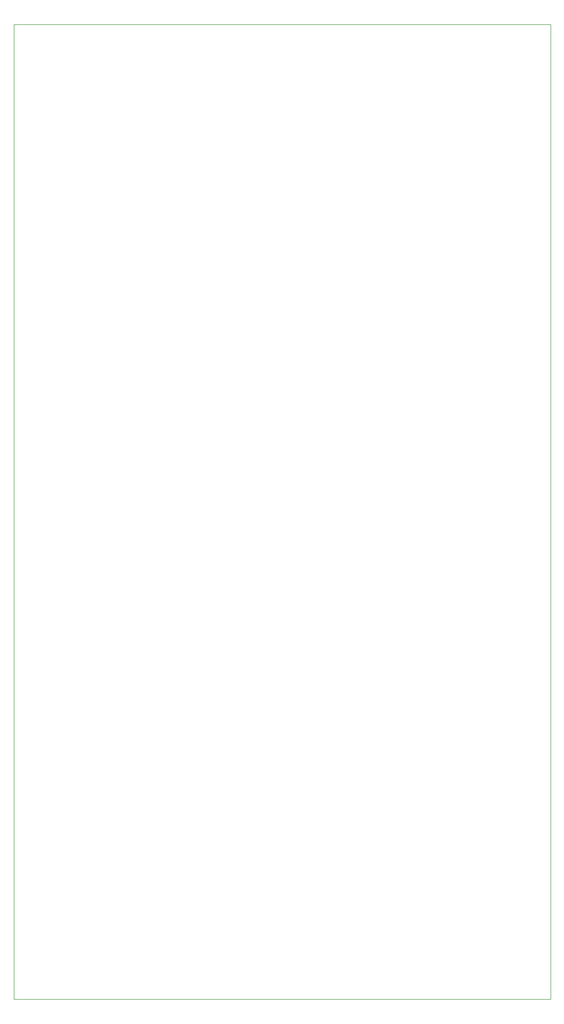
<source format=gbr>
%TF.GenerationSoftware,KiCad,Pcbnew,5.1.9-73d0e3b20d~88~ubuntu20.04.1*%
%TF.CreationDate,2021-04-01T10:52:14-04:00*%
%TF.ProjectId,ao_output,616f5f6f-7574-4707-9574-2e6b69636164,rev?*%
%TF.SameCoordinates,Original*%
%TF.FileFunction,Profile,NP*%
%FSLAX46Y46*%
G04 Gerber Fmt 4.6, Leading zero omitted, Abs format (unit mm)*
G04 Created by KiCad (PCBNEW 5.1.9-73d0e3b20d~88~ubuntu20.04.1) date 2021-04-01 10:52:14*
%MOMM*%
%LPD*%
G01*
G04 APERTURE LIST*
%TA.AperFunction,Profile*%
%ADD10C,0.100000*%
%TD*%
G04 APERTURE END LIST*
D10*
X32500000Y-185000000D02*
X32500000Y-12500000D01*
X127500000Y-185000000D02*
X32500000Y-185000000D01*
X127500000Y-12500000D02*
X127500000Y-185000000D01*
X32500000Y-12500000D02*
X127500000Y-12500000D01*
M02*

</source>
